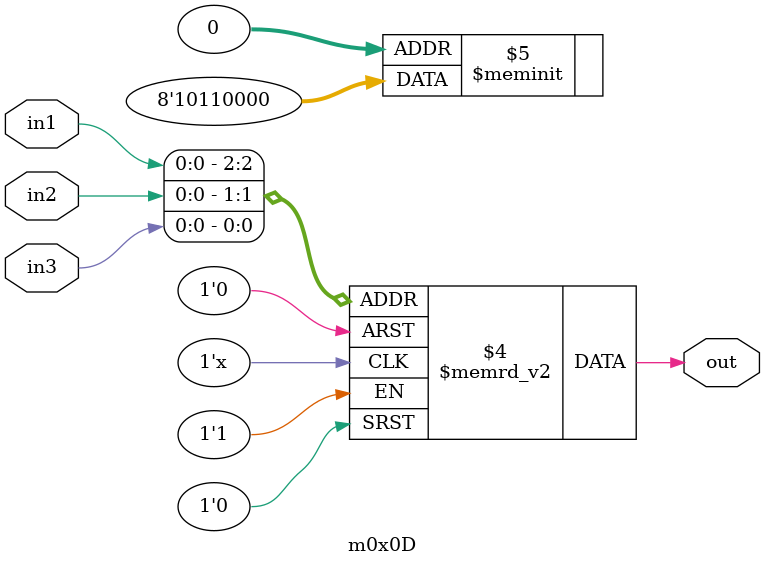
<source format=v>
module m0x0D(output out, input in1, in2, in3);

   always @(in1, in2, in3)
     begin
        case({in1, in2, in3})
          3'b000: {out} = 1'b0;
          3'b001: {out} = 1'b0;
          3'b010: {out} = 1'b0;
          3'b011: {out} = 1'b0;
          3'b100: {out} = 1'b1;
          3'b101: {out} = 1'b1;
          3'b110: {out} = 1'b0;
          3'b111: {out} = 1'b1;
        endcase // case ({in1, in2, in3})
     end // always @ (in1, in2, in3)

endmodule // m0x0D
</source>
